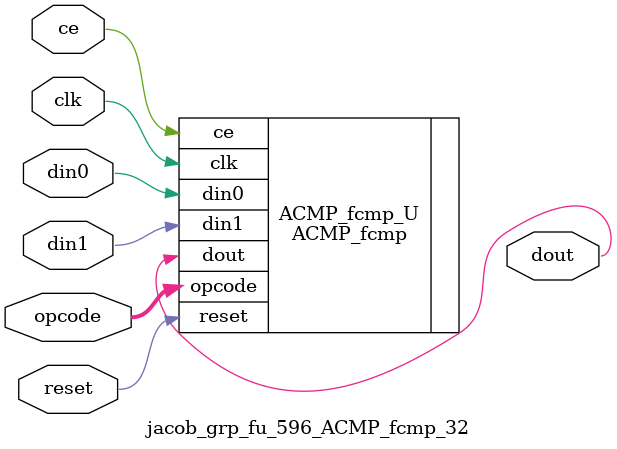
<source format=v>

`timescale 1 ns / 1 ps
module jacob_grp_fu_596_ACMP_fcmp_32(
    clk,
    reset,
    ce,
    din0,
    din1,
    opcode,
    dout);

parameter ID = 32'd1;
parameter NUM_STAGE = 32'd1;
parameter din0_WIDTH = 32'd1;
parameter din1_WIDTH = 32'd1;
parameter dout_WIDTH = 32'd1;
input clk;
input reset;
input ce;
input[din0_WIDTH - 1:0] din0;
input[din1_WIDTH - 1:0] din1;
input[5 - 1:0] opcode;
output[dout_WIDTH - 1:0] dout;



ACMP_fcmp #(
.ID( ID ),
.NUM_STAGE( 2 ),
.din0_WIDTH( din0_WIDTH ),
.din1_WIDTH( din1_WIDTH ),
.dout_WIDTH( dout_WIDTH ))
ACMP_fcmp_U(
    .clk( clk ),
    .reset( reset ),
    .ce( ce ),
    .din0( din0 ),
    .din1( din1 ),
    .dout( dout ),
    .opcode( opcode ));

endmodule

</source>
